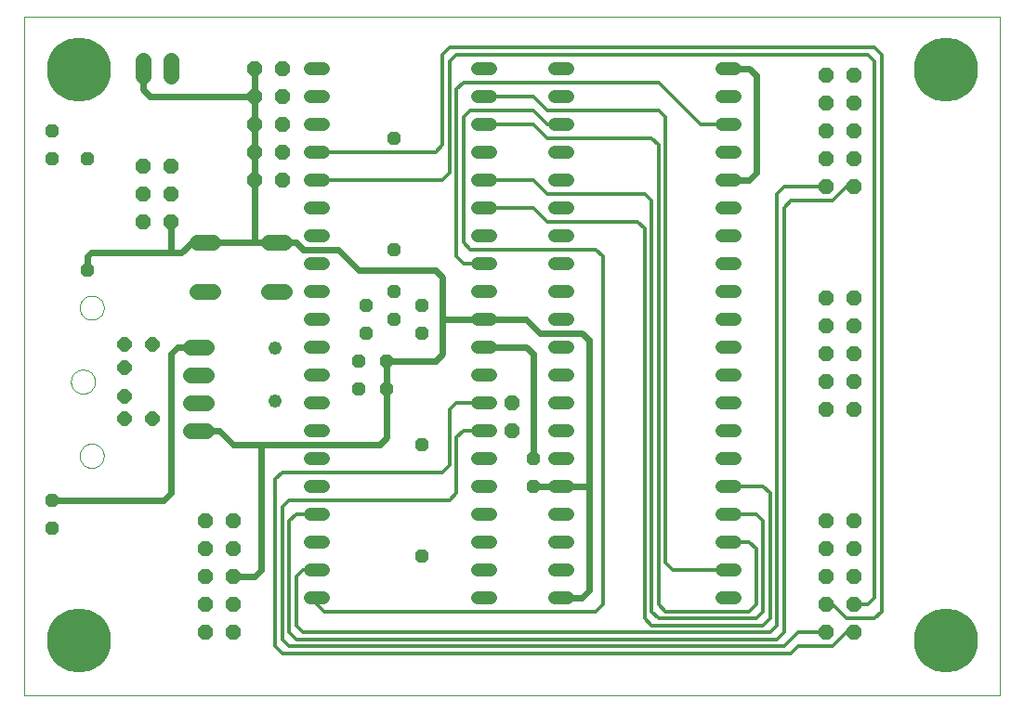
<source format=gtl>
G75*
%MOIN*%
%OFA0B0*%
%FSLAX24Y24*%
%IPPOS*%
%LPD*%
%AMOC8*
5,1,8,0,0,1.08239X$1,22.5*
%
%ADD10C,0.0000*%
%ADD11C,0.0480*%
%ADD12OC8,0.0480*%
%ADD13C,0.0560*%
%ADD14C,0.0480*%
%ADD15OC8,0.0560*%
%ADD16OC8,0.0514*%
%ADD17C,0.2300*%
%ADD18C,0.0240*%
%ADD19C,0.0120*%
D10*
X000250Y000100D02*
X000250Y024470D01*
X035242Y024470D01*
X035242Y000100D01*
X000250Y000100D01*
X002232Y008693D02*
X002234Y008734D01*
X002240Y008775D01*
X002250Y008815D01*
X002263Y008854D01*
X002280Y008891D01*
X002301Y008927D01*
X002325Y008961D01*
X002352Y008992D01*
X002381Y009020D01*
X002414Y009046D01*
X002448Y009068D01*
X002485Y009087D01*
X002523Y009102D01*
X002563Y009114D01*
X002603Y009122D01*
X002644Y009126D01*
X002686Y009126D01*
X002727Y009122D01*
X002767Y009114D01*
X002807Y009102D01*
X002845Y009087D01*
X002881Y009068D01*
X002916Y009046D01*
X002949Y009020D01*
X002978Y008992D01*
X003005Y008961D01*
X003029Y008927D01*
X003050Y008891D01*
X003067Y008854D01*
X003080Y008815D01*
X003090Y008775D01*
X003096Y008734D01*
X003098Y008693D01*
X003096Y008652D01*
X003090Y008611D01*
X003080Y008571D01*
X003067Y008532D01*
X003050Y008495D01*
X003029Y008459D01*
X003005Y008425D01*
X002978Y008394D01*
X002949Y008366D01*
X002916Y008340D01*
X002882Y008318D01*
X002845Y008299D01*
X002807Y008284D01*
X002767Y008272D01*
X002727Y008264D01*
X002686Y008260D01*
X002644Y008260D01*
X002603Y008264D01*
X002563Y008272D01*
X002523Y008284D01*
X002485Y008299D01*
X002449Y008318D01*
X002414Y008340D01*
X002381Y008366D01*
X002352Y008394D01*
X002325Y008425D01*
X002301Y008459D01*
X002280Y008495D01*
X002263Y008532D01*
X002250Y008571D01*
X002240Y008611D01*
X002234Y008652D01*
X002232Y008693D01*
X001917Y011350D02*
X001919Y011391D01*
X001925Y011432D01*
X001935Y011472D01*
X001948Y011511D01*
X001965Y011548D01*
X001986Y011584D01*
X002010Y011618D01*
X002037Y011649D01*
X002066Y011677D01*
X002099Y011703D01*
X002133Y011725D01*
X002170Y011744D01*
X002208Y011759D01*
X002248Y011771D01*
X002288Y011779D01*
X002329Y011783D01*
X002371Y011783D01*
X002412Y011779D01*
X002452Y011771D01*
X002492Y011759D01*
X002530Y011744D01*
X002566Y011725D01*
X002601Y011703D01*
X002634Y011677D01*
X002663Y011649D01*
X002690Y011618D01*
X002714Y011584D01*
X002735Y011548D01*
X002752Y011511D01*
X002765Y011472D01*
X002775Y011432D01*
X002781Y011391D01*
X002783Y011350D01*
X002781Y011309D01*
X002775Y011268D01*
X002765Y011228D01*
X002752Y011189D01*
X002735Y011152D01*
X002714Y011116D01*
X002690Y011082D01*
X002663Y011051D01*
X002634Y011023D01*
X002601Y010997D01*
X002567Y010975D01*
X002530Y010956D01*
X002492Y010941D01*
X002452Y010929D01*
X002412Y010921D01*
X002371Y010917D01*
X002329Y010917D01*
X002288Y010921D01*
X002248Y010929D01*
X002208Y010941D01*
X002170Y010956D01*
X002134Y010975D01*
X002099Y010997D01*
X002066Y011023D01*
X002037Y011051D01*
X002010Y011082D01*
X001986Y011116D01*
X001965Y011152D01*
X001948Y011189D01*
X001935Y011228D01*
X001925Y011268D01*
X001919Y011309D01*
X001917Y011350D01*
X002232Y014007D02*
X002234Y014048D01*
X002240Y014089D01*
X002250Y014129D01*
X002263Y014168D01*
X002280Y014205D01*
X002301Y014241D01*
X002325Y014275D01*
X002352Y014306D01*
X002381Y014334D01*
X002414Y014360D01*
X002448Y014382D01*
X002485Y014401D01*
X002523Y014416D01*
X002563Y014428D01*
X002603Y014436D01*
X002644Y014440D01*
X002686Y014440D01*
X002727Y014436D01*
X002767Y014428D01*
X002807Y014416D01*
X002845Y014401D01*
X002881Y014382D01*
X002916Y014360D01*
X002949Y014334D01*
X002978Y014306D01*
X003005Y014275D01*
X003029Y014241D01*
X003050Y014205D01*
X003067Y014168D01*
X003080Y014129D01*
X003090Y014089D01*
X003096Y014048D01*
X003098Y014007D01*
X003096Y013966D01*
X003090Y013925D01*
X003080Y013885D01*
X003067Y013846D01*
X003050Y013809D01*
X003029Y013773D01*
X003005Y013739D01*
X002978Y013708D01*
X002949Y013680D01*
X002916Y013654D01*
X002882Y013632D01*
X002845Y013613D01*
X002807Y013598D01*
X002767Y013586D01*
X002727Y013578D01*
X002686Y013574D01*
X002644Y013574D01*
X002603Y013578D01*
X002563Y013586D01*
X002523Y013598D01*
X002485Y013613D01*
X002449Y013632D01*
X002414Y013654D01*
X002381Y013680D01*
X002352Y013708D01*
X002325Y013739D01*
X002301Y013773D01*
X002280Y013809D01*
X002263Y013846D01*
X002250Y013885D01*
X002240Y013925D01*
X002234Y013966D01*
X002232Y014007D01*
D11*
X010510Y013600D02*
X010990Y013600D01*
X010990Y012600D02*
X010510Y012600D01*
X010510Y011600D02*
X010990Y011600D01*
X010990Y010600D02*
X010510Y010600D01*
X010510Y009600D02*
X010990Y009600D01*
X010990Y008600D02*
X010510Y008600D01*
X010510Y007600D02*
X010990Y007600D01*
X010990Y006600D02*
X010510Y006600D01*
X010510Y005600D02*
X010990Y005600D01*
X010990Y004600D02*
X010510Y004600D01*
X010510Y003600D02*
X010990Y003600D01*
X016510Y003600D02*
X016990Y003600D01*
X016990Y004600D02*
X016510Y004600D01*
X016510Y005600D02*
X016990Y005600D01*
X016990Y006600D02*
X016510Y006600D01*
X016510Y007600D02*
X016990Y007600D01*
X016990Y008600D02*
X016510Y008600D01*
X016510Y009600D02*
X016990Y009600D01*
X016990Y010600D02*
X016510Y010600D01*
X016510Y011600D02*
X016990Y011600D01*
X016990Y012600D02*
X016510Y012600D01*
X016510Y013600D02*
X016990Y013600D01*
X016990Y014600D02*
X016510Y014600D01*
X016510Y015600D02*
X016990Y015600D01*
X016990Y016600D02*
X016510Y016600D01*
X016510Y017600D02*
X016990Y017600D01*
X016990Y018600D02*
X016510Y018600D01*
X016510Y019600D02*
X016990Y019600D01*
X016990Y020600D02*
X016510Y020600D01*
X016510Y021600D02*
X016990Y021600D01*
X016990Y022600D02*
X016510Y022600D01*
X019260Y022600D02*
X019740Y022600D01*
X019740Y021600D02*
X019260Y021600D01*
X019260Y020600D02*
X019740Y020600D01*
X019740Y019600D02*
X019260Y019600D01*
X019260Y018600D02*
X019740Y018600D01*
X019740Y017600D02*
X019260Y017600D01*
X019260Y016600D02*
X019740Y016600D01*
X019740Y015600D02*
X019260Y015600D01*
X019260Y014600D02*
X019740Y014600D01*
X019740Y013600D02*
X019260Y013600D01*
X019260Y012600D02*
X019740Y012600D01*
X019740Y011600D02*
X019260Y011600D01*
X019260Y010600D02*
X019740Y010600D01*
X019740Y009600D02*
X019260Y009600D01*
X019260Y008600D02*
X019740Y008600D01*
X019740Y007600D02*
X019260Y007600D01*
X019260Y006600D02*
X019740Y006600D01*
X019740Y005600D02*
X019260Y005600D01*
X019260Y004600D02*
X019740Y004600D01*
X019740Y003600D02*
X019260Y003600D01*
X025260Y003600D02*
X025740Y003600D01*
X025740Y004600D02*
X025260Y004600D01*
X025260Y005600D02*
X025740Y005600D01*
X025740Y006600D02*
X025260Y006600D01*
X025260Y007600D02*
X025740Y007600D01*
X025740Y008600D02*
X025260Y008600D01*
X025260Y009600D02*
X025740Y009600D01*
X025740Y010600D02*
X025260Y010600D01*
X025260Y011600D02*
X025740Y011600D01*
X025740Y012600D02*
X025260Y012600D01*
X025260Y013600D02*
X025740Y013600D01*
X025740Y014600D02*
X025260Y014600D01*
X025260Y015600D02*
X025740Y015600D01*
X025740Y016600D02*
X025260Y016600D01*
X025260Y017600D02*
X025740Y017600D01*
X025740Y018600D02*
X025260Y018600D01*
X025260Y019600D02*
X025740Y019600D01*
X025740Y020600D02*
X025260Y020600D01*
X025260Y021600D02*
X025740Y021600D01*
X025740Y022600D02*
X025260Y022600D01*
X010990Y022600D02*
X010510Y022600D01*
X010510Y021600D02*
X010990Y021600D01*
X010990Y020600D02*
X010510Y020600D01*
X010510Y019600D02*
X010990Y019600D01*
X010990Y018600D02*
X010510Y018600D01*
X010510Y017600D02*
X010990Y017600D01*
X010990Y016600D02*
X010510Y016600D01*
X010510Y015600D02*
X010990Y015600D01*
X010990Y014600D02*
X010510Y014600D01*
D12*
X012500Y014100D03*
X013500Y013600D03*
X012500Y013100D03*
X012250Y012100D03*
X013250Y012100D03*
X013250Y011100D03*
X012250Y011100D03*
X014500Y009100D03*
X018500Y008600D03*
X018500Y007600D03*
X014500Y005100D03*
X014500Y013100D03*
X014500Y014100D03*
X013500Y014600D03*
X013500Y016100D03*
X013500Y020100D03*
X002500Y019350D03*
X001250Y019350D03*
X001250Y020350D03*
X002500Y015350D03*
X001250Y007100D03*
X001250Y006100D03*
D13*
X006220Y009600D02*
X006780Y009600D01*
X006780Y010600D02*
X006220Y010600D01*
X006220Y011600D02*
X006780Y011600D01*
X006780Y012600D02*
X006220Y012600D01*
X006440Y014585D02*
X007000Y014585D01*
X009000Y014585D02*
X009560Y014585D01*
X009560Y016365D02*
X009000Y016365D01*
X007000Y016365D02*
X006440Y016365D01*
X005500Y022320D02*
X005500Y022880D01*
X004500Y022880D02*
X004500Y022320D01*
D14*
X009250Y012550D03*
X009250Y010650D03*
D15*
X007750Y006350D03*
X006750Y006350D03*
X006750Y005350D03*
X007750Y005350D03*
X007750Y004350D03*
X006750Y004350D03*
X006750Y003350D03*
X007750Y003350D03*
X007750Y002350D03*
X006750Y002350D03*
X017750Y009600D03*
X017750Y010600D03*
X029000Y010350D03*
X030000Y010350D03*
X030000Y011350D03*
X029000Y011350D03*
X029000Y012350D03*
X030000Y012350D03*
X030000Y013350D03*
X029000Y013350D03*
X029000Y014350D03*
X030000Y014350D03*
X030000Y018350D03*
X029000Y018350D03*
X029000Y019350D03*
X030000Y019350D03*
X030000Y020350D03*
X029000Y020350D03*
X029000Y021350D03*
X030000Y021350D03*
X030000Y022350D03*
X029000Y022350D03*
X009500Y022600D03*
X008500Y022600D03*
X008500Y021600D03*
X009500Y021600D03*
X009500Y020600D03*
X008500Y020600D03*
X008500Y019600D03*
X009500Y019600D03*
X009500Y018600D03*
X008500Y018600D03*
X005500Y018100D03*
X004500Y018100D03*
X004500Y017100D03*
X005500Y017100D03*
X005500Y019100D03*
X004500Y019100D03*
X029000Y006350D03*
X030000Y006350D03*
X030000Y005350D03*
X029000Y005350D03*
X029000Y004350D03*
X030000Y004350D03*
X030000Y003350D03*
X029000Y003350D03*
X029000Y002350D03*
X030000Y002350D03*
D16*
X004831Y010011D03*
X003846Y010011D03*
X003846Y010838D03*
X003846Y011862D03*
X003846Y012689D03*
X004831Y012689D03*
D17*
X002219Y022541D03*
X002219Y002069D03*
X033321Y002069D03*
X033321Y022541D03*
D18*
X026500Y022350D02*
X026500Y018850D01*
X026250Y018600D01*
X025500Y018600D01*
X026500Y022350D02*
X026250Y022600D01*
X025500Y022600D01*
X015250Y015100D02*
X015000Y015350D01*
X012250Y015350D01*
X011500Y016100D01*
X010250Y016100D01*
X010000Y016350D01*
X009295Y016350D01*
X009280Y016365D01*
X008500Y016365D01*
X008500Y018600D01*
X008500Y019600D01*
X008500Y020600D01*
X008500Y021600D01*
X008500Y021850D01*
X008250Y021600D01*
X004750Y021600D01*
X004500Y021850D01*
X004500Y022600D01*
X008500Y022600D02*
X008500Y021850D01*
X005500Y017100D02*
X005500Y015990D01*
X002640Y015990D01*
X002500Y015850D01*
X002500Y015350D01*
X005500Y015990D02*
X005875Y015975D01*
X006265Y016365D01*
X006720Y016365D01*
X008500Y016365D01*
X006500Y012600D02*
X005750Y012600D01*
X005500Y012350D01*
X005500Y007350D01*
X005250Y007100D01*
X001250Y007100D01*
X006500Y009600D02*
X007250Y009600D01*
X007750Y009100D01*
X008750Y009100D01*
X008750Y004600D01*
X008500Y004350D01*
X007750Y004350D01*
X008750Y009100D02*
X013000Y009100D01*
X013250Y009350D01*
X013250Y011100D01*
X013250Y012100D01*
X015000Y012100D01*
X015250Y012350D01*
X015250Y013600D01*
X015250Y015100D01*
X015250Y013600D02*
X016750Y013600D01*
X018250Y013600D01*
X018750Y013100D01*
X020250Y013100D01*
X020500Y012850D01*
X020500Y007600D01*
X019500Y007600D01*
X018500Y007600D01*
X018500Y008600D02*
X018500Y012350D01*
X018250Y012600D01*
X016750Y012600D01*
X020500Y007600D02*
X020500Y003850D01*
X020250Y003600D01*
X019500Y003600D01*
D19*
X020750Y003100D02*
X021000Y003350D01*
X021000Y015850D01*
X020750Y016100D01*
X016250Y016100D01*
X016000Y016350D01*
X016000Y020850D01*
X016250Y021100D01*
X018500Y021100D01*
X019000Y020600D01*
X019500Y020600D01*
X019000Y020100D02*
X018500Y020600D01*
X016750Y020600D01*
X016750Y021600D02*
X018500Y021600D01*
X019000Y021100D01*
X023000Y021100D01*
X023250Y020850D01*
X023250Y004850D01*
X023500Y004600D01*
X025500Y004600D01*
X026500Y005350D02*
X026500Y003350D01*
X026250Y003100D01*
X023250Y003100D01*
X023000Y003350D01*
X023000Y019850D01*
X022750Y020100D01*
X019000Y020100D01*
X018500Y018600D02*
X016750Y018600D01*
X016750Y017600D02*
X018500Y017600D01*
X019000Y017100D01*
X022250Y017100D01*
X022500Y016850D01*
X022500Y002850D01*
X022750Y002600D01*
X026750Y002600D01*
X027000Y002850D01*
X027000Y007350D01*
X026750Y007600D01*
X025500Y007600D01*
X025500Y006600D02*
X026500Y006600D01*
X026750Y006350D01*
X026750Y003100D01*
X026500Y002850D01*
X023000Y002850D01*
X022750Y003100D01*
X022750Y017850D01*
X022500Y018100D01*
X019000Y018100D01*
X018500Y018600D01*
X015500Y018850D02*
X015250Y018600D01*
X010750Y018600D01*
X010750Y019600D02*
X015000Y019600D01*
X015250Y019850D01*
X015250Y023100D01*
X015500Y023350D01*
X030750Y023350D01*
X031000Y023100D01*
X031000Y003100D01*
X030750Y002850D01*
X029750Y002850D01*
X029250Y003350D01*
X029000Y003350D01*
X030000Y003350D02*
X030500Y003350D01*
X030750Y003600D01*
X030750Y022850D01*
X030500Y023100D01*
X015750Y023100D01*
X015500Y022850D01*
X015500Y018850D01*
X015750Y015850D02*
X015750Y021850D01*
X016000Y022100D01*
X023000Y022100D01*
X024500Y020600D01*
X025500Y020600D01*
X027500Y018350D02*
X029000Y018350D01*
X029250Y017850D02*
X029750Y018350D01*
X030000Y018350D01*
X029250Y017850D02*
X027750Y017850D01*
X027500Y017600D01*
X027500Y002350D01*
X027250Y002100D01*
X010000Y002100D01*
X009750Y002350D01*
X009750Y006350D01*
X010000Y006600D01*
X010750Y006600D01*
X009750Y007100D02*
X015500Y007100D01*
X015750Y007350D01*
X015750Y009350D01*
X016000Y009600D01*
X016750Y009600D01*
X016750Y010600D02*
X015750Y010600D01*
X015500Y010350D01*
X015500Y008350D01*
X015250Y008100D01*
X009500Y008100D01*
X009250Y007850D01*
X009250Y001850D01*
X009500Y001600D01*
X027750Y001600D01*
X028000Y001850D01*
X029250Y001850D01*
X029750Y002350D01*
X030000Y002350D01*
X029000Y002350D02*
X028000Y002350D01*
X027500Y001850D01*
X009750Y001850D01*
X009500Y002100D01*
X009500Y006850D01*
X009750Y007100D01*
X010250Y004600D02*
X010000Y004350D01*
X010000Y002600D01*
X010250Y002350D01*
X027000Y002350D01*
X027250Y002600D01*
X027250Y018100D01*
X027500Y018350D01*
X016750Y015600D02*
X016000Y015600D01*
X015750Y015850D01*
X025500Y005600D02*
X026250Y005600D01*
X026500Y005350D01*
X020750Y003100D02*
X011000Y003100D01*
X010750Y003350D01*
X010750Y003600D01*
X010750Y004600D02*
X010250Y004600D01*
M02*

</source>
